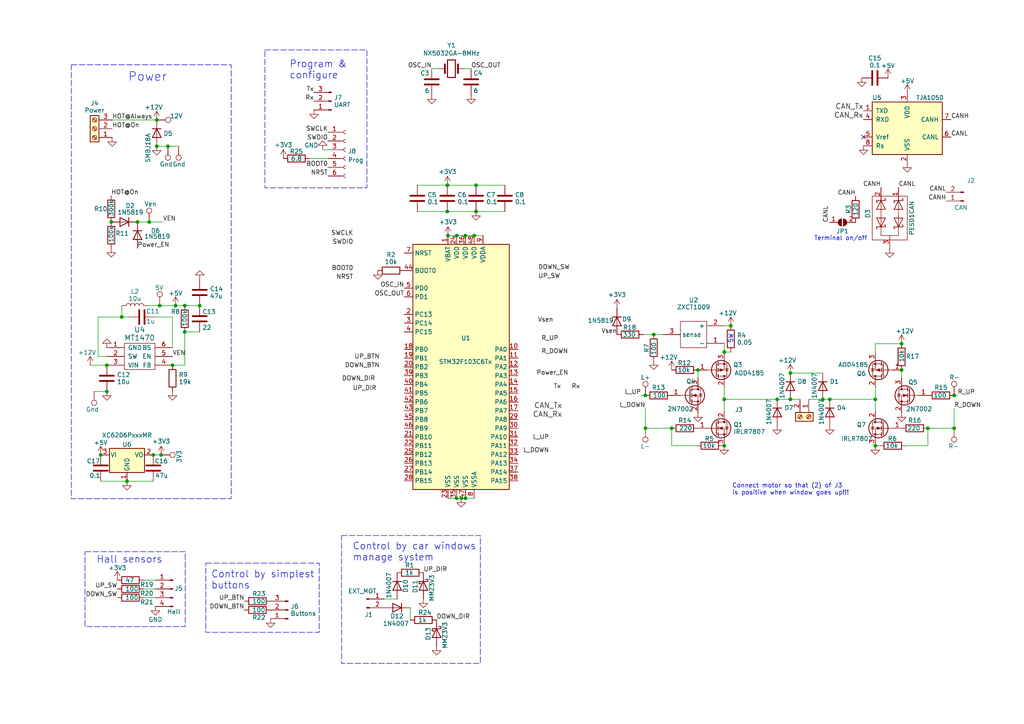
<source format=kicad_sch>
(kicad_sch (version 20230121) (generator eeschema)
  (paper "A4")
  (junction (at 29.21 131.953))
  (junction (at 46.736 131.953))
  (junction (at 135.001 68.326))
  (junction (at 53.594 88.646))
  (junction (at 30.988 105.918))
  (junction (at 129.7342 53.721))
  (junction (at 229.235 115.824))
  (junction (at 211.963 94.488))
  (junction (at 39.878 64.389))
  (junction (at 43.2672 64.389))
  (junction (at 132.461 144.526))
  (junction (at 30.988 113.538))
  (junction (at 46.3206 88.646))
  (junction (at 129.7837 53.721))
  (junction (at 187.198 114.681))
  (junction (at 238.633 115.824))
  (junction (at 253.873 115.824))
  (junction (at 135.001 144.526))
  (junction (at 240.665 115.824))
  (junction (at 45.466 34.798))
  (junction (at 50.038 105.918))
  (junction (at 45.466 42.418))
  (junction (at 202.438 107.315))
  (junction (at 50.927 88.646))
  (junction (at 276.733 114.681))
  (junction (at 36.83 139.573))
  (junction (at 229.235 108.204))
  (junction (at 129.7342 61.341))
  (junction (at 132.461 68.326))
  (junction (at 210.058 115.824))
  (junction (at 32.258 64.389))
  (junction (at 44.45 131.953))
  (junction (at 137.541 68.326))
  (junction (at 35.306 91.948))
  (junction (at 269.1198 124.206))
  (junction (at 194.818 124.206))
  (junction (at 276.733 124.206))
  (junction (at 253.873 129.286))
  (junction (at 138.0874 53.721))
  (junction (at 225.425 115.824))
  (junction (at 129.921 68.326))
  (junction (at 261.493 107.315))
  (junction (at 48.7096 42.418))
  (junction (at 189.611 97.028))
  (junction (at 187.198 124.206))
  (junction (at 53.594 96.266))
  (junction (at 210.058 102.108))
  (junction (at 57.912 88.646))
  (junction (at 138.0874 61.341))
  (junction (at 261.493 99.695))
  (junction (at 210.058 129.286))
  (junction (at 133.7824 144.526))
  (no_connect (at 250.444 39.751))
  (wire (pts (xy 50.038 91.948) (xy 50.038 100.838)))
  (wire (pts (xy 50.038 105.918) (xy 53.594 105.918)))
  (wire (pts (xy 45.466 42.418) (xy 48.7096 42.418)))
  (wire (pts (xy 262.763 129.286) (xy 269.1198 129.286)))
  (wire (pts (xy 135.001 68.326) (xy 137.541 68.326)))
  (wire (pts (xy 210.058 115.824) (xy 210.058 119.126)))
  (wire (pts (xy 46.736 131.953) (xy 44.45 131.953)))
  (wire (pts (xy 269.1198 124.206) (xy 276.733 124.206)))
  (wire (pts (xy 133.7824 144.526) (xy 135.001 144.526)))
  (wire (pts (xy 253.873 99.695) (xy 253.873 102.235)))
  (wire (pts (xy 129.921 144.526) (xy 132.461 144.526)))
  (wire (pts (xy 47.244 64.389) (xy 43.2672 64.389)))
  (wire (pts (xy 229.235 115.824) (xy 232.029 115.824)))
  (wire (pts (xy 210.058 99.568) (xy 210.058 102.108)))
  (wire (pts (xy 210.058 102.108) (xy 211.963 102.108)))
  (wire (pts (xy 53.594 105.918) (xy 53.594 96.266)))
  (wire (pts (xy 137.541 68.326) (xy 140.081 68.326)))
  (wire (pts (xy 129.921 68.326) (xy 132.461 68.326)))
  (wire (pts (xy 132.461 68.326) (xy 135.001 68.326)))
  (wire (pts (xy 26.162 105.918) (xy 30.988 105.918)))
  (wire (pts (xy 185.928 114.681) (xy 187.198 114.681)))
  (wire (pts (xy 138.0874 53.721) (xy 146.431 53.721)))
  (wire (pts (xy 121.031 61.341) (xy 129.7342 61.341)))
  (wire (pts (xy 194.818 124.206) (xy 187.198 124.206)))
  (wire (pts (xy 129.7342 61.341) (xy 138.0874 61.341)))
  (wire (pts (xy 48.7096 42.418) (xy 51.816 42.418)))
  (wire (pts (xy 225.425 115.824) (xy 229.235 115.824)))
  (wire (pts (xy 45.085 168.275) (xy 41.656 168.275)))
  (wire (pts (xy 240.665 115.824) (xy 253.873 115.824)))
  (wire (pts (xy 35.306 88.646) (xy 35.306 91.948)))
  (wire (pts (xy 136.652 19.939) (xy 134.747 19.939)))
  (wire (pts (xy 129.7342 53.721) (xy 129.7837 53.721)))
  (wire (pts (xy 41.656 173.355) (xy 45.085 173.355)))
  (wire (pts (xy 202.057 129.286) (xy 194.818 129.286)))
  (wire (pts (xy 253.873 112.395) (xy 253.873 115.824)))
  (wire (pts (xy 229.235 108.204) (xy 238.633 108.204)))
  (wire (pts (xy 186.563 97.028) (xy 189.611 97.028)))
  (wire (pts (xy 210.058 112.395) (xy 210.058 115.824)))
  (wire (pts (xy 43.2672 64.389) (xy 39.878 64.389)))
  (wire (pts (xy 44.958 91.948) (xy 50.038 91.948)))
  (wire (pts (xy 41.656 170.815) (xy 45.085 170.815)))
  (wire (pts (xy 89.789 45.974) (xy 95.123 45.974)))
  (wire (pts (xy 261.493 109.601) (xy 261.493 107.315)))
  (wire (pts (xy 37.338 91.948) (xy 35.306 91.948)))
  (wire (pts (xy 209.677 129.286) (xy 210.058 129.286)))
  (wire (pts (xy 32.512 34.798) (xy 45.466 34.798)))
  (wire (pts (xy 202.438 109.601) (xy 202.438 107.315)))
  (wire (pts (xy 210.058 94.488) (xy 211.963 94.488)))
  (wire (pts (xy 121.031 53.721) (xy 129.7342 53.721)))
  (wire (pts (xy 138.0874 61.341) (xy 146.431 61.341)))
  (wire (pts (xy 28.448 103.378) (xy 30.988 103.378)))
  (wire (pts (xy 42.926 88.646) (xy 46.3206 88.646)))
  (wire (pts (xy 129.7837 53.721) (xy 138.0874 53.721)))
  (wire (pts (xy 255.143 129.286) (xy 253.873 129.286)))
  (wire (pts (xy 118.999 176.276) (xy 118.999 179.832)))
  (wire (pts (xy 29.21 139.573) (xy 36.83 139.573)))
  (wire (pts (xy 269.1198 129.286) (xy 269.1198 124.206)))
  (wire (pts (xy 187.198 118.491) (xy 187.198 124.206)))
  (wire (pts (xy 210.058 102.108) (xy 210.058 102.235)))
  (wire (pts (xy 53.594 96.266) (xy 57.912 96.266)))
  (wire (pts (xy 269.113 124.206) (xy 269.1198 124.206)))
  (wire (pts (xy 28.448 91.948) (xy 28.448 103.378)))
  (wire (pts (xy 53.594 88.646) (xy 57.912 88.646)))
  (wire (pts (xy 135.001 144.526) (xy 137.541 144.526)))
  (wire (pts (xy 46.3206 88.646) (xy 50.927 88.646)))
  (wire (pts (xy 261.493 99.695) (xy 253.873 99.695)))
  (wire (pts (xy 194.818 129.286) (xy 194.818 124.206)))
  (wire (pts (xy 93.599 43.434) (xy 95.123 43.434)))
  (wire (pts (xy 253.873 115.824) (xy 253.873 119.126)))
  (wire (pts (xy 238.633 115.824) (xy 240.665 115.824)))
  (wire (pts (xy 210.058 115.824) (xy 225.425 115.824)))
  (wire (pts (xy 36.83 139.573) (xy 44.45 139.573)))
  (wire (pts (xy 277.749 114.681) (xy 276.733 114.681)))
  (wire (pts (xy 132.461 144.526) (xy 133.7824 144.526)))
  (wire (pts (xy 35.306 91.948) (xy 28.448 91.948)))
  (wire (pts (xy 125.222 19.939) (xy 127.127 19.939)))
  (wire (pts (xy 50.927 88.646) (xy 53.594 88.646)))
  (wire (pts (xy 27.2967 113.538) (xy 30.988 113.538)))
  (wire (pts (xy 115.189 173.736) (xy 111.379 173.736)))
  (wire (pts (xy 276.733 118.491) (xy 276.733 124.206)))
  (wire (pts (xy 189.611 97.028) (xy 192.278 97.028)))
  (wire (pts (xy 234.569 115.824) (xy 238.633 115.824)))
  (rectangle (start 20.701 18.796) (end 67.056 144.653) (stroke (width 0) (type dash)))
  (rectangle (start 76.835 14.478) (end 106.426 54.483) (stroke (width 0) (type dash)))
  (rectangle (start 99.06 155.321) (end 139.319 192.405) (stroke (width 0) (type dash)))
  (rectangle (start 59.69 163.322) (end 92.583 183.388) (stroke (width 0) (type dash)))
  (rectangle (start 24.638 160.02) (end 53.721 181.737) (stroke (width 0) (type dash)))
  (text "Control by car windows\nmanage system" (at 102.235 162.941 0) (effects (font (size 2 2)) (justify left bottom)))
  (text "Hall sensors" (at 27.94 163.576 0) (effects (font (size 2.0066 2.0066)) (justify left bottom)))
  (text "Connect motor so that (2) of J3\nis positive when window goes up!!!" (at 212.344 143.764 0) (effects (font (size 1.27 1.27)) (justify left bottom)))
  (text "Control by simplest\nbuttons" (at 61.214 171.069 0) (effects (font (size 2 2)) (justify left bottom)))
  (text "Terminal on/off" (at 236.093 69.977 0) (effects (font (size 1.27 1.27)) (justify left bottom)))
  (text "Program &\nconfigure" (at 83.947 23.114 0) (effects (font (size 2 2)) (justify left bottom)))
  (text "Power" (at 37.084 23.876 0) (effects (font (size 2.54 2.54)) (justify left bottom)))
  (text "5W" (at 212.725 99.695 90) (effects (font (size 1.27 1.27)) (justify left bottom)))
  (label "OSC_OUT" (at 117.221 86.106 180))
  (label "OSC_IN" (at 125.222 19.939 180))
  (label "HOT@On" (at 32.512 37.338 0))
  (label "DOWN_DIR" (at 126.619 179.832 0))
  (label "DOWN_SW" (at 34.036 173.355 180))
  (label "SWCLK" (at 95.123 38.354 180))
  (label "UP_SW" (at 156.083 81.026 0))
  (label "BOOT0" (at 102.489 78.74 180))
  (label "CAN_Rx" (at 250.444 34.671 180) (effects (font (size 1.524 1.524))))
  (label "SWDIO" (at 95.123 40.894 180))
  (label "UP_DIR" (at 122.809 166.116 0))
  (label "OSC_OUT" (at 136.652 19.939 0))
  (label "Power_EN" (at 155.575 109.093 0))
  (label "NRST" (at 102.489 81.28 180))
  (label "CAN_Tx" (at 250.444 32.131 180) (effects (font (size 1.524 1.524))))
  (label "UP_DIR" (at 109.22 113.538 180))
  (label "Power_EN" (at 39.878 72.009 0))
  (label "HOT@Always" (at 32.512 34.798 0))
  (label "L_DOWN" (at 187.198 118.491 180))
  (label "CAN_Rx" (at 163.068 121.412 180) (effects (font (size 1.524 1.524))))
  (label "L_UP" (at 159.258 127.762 180))
  (label "Vsen" (at 155.956 93.726 0))
  (label "Tx" (at 91.059 26.797 180))
  (label "DOWN_BTN" (at 110.109 106.934 180))
  (label "R_UP" (at 277.749 114.681 0))
  (label "DOWN_DIR" (at 108.839 110.744 180))
  (label "R_DOWN" (at 156.972 102.87 0))
  (label "VEN" (at 50.038 103.378 0))
  (label "DOWN_BTN" (at 70.866 176.911 180))
  (label "UP_SW" (at 34.036 170.815 180))
  (label "NRST" (at 95.123 51.054 180))
  (label "BOOT0" (at 95.123 48.514 180))
  (label "HOT@On" (at 32.258 56.769 0))
  (label "CANH" (at 274.447 58.293 180))
  (label "R_DOWN" (at 276.733 118.491 0))
  (label "DOWN_SW" (at 156.083 78.486 0))
  (label "CAN_Tx" (at 163.068 118.872 180) (effects (font (size 1.524 1.524))))
  (label "CANL" (at 274.447 55.753 180))
  (label "Rx" (at 91.059 29.337 180))
  (label "VEN" (at 47.244 64.389 0))
  (label "UP_BTN" (at 70.866 174.371 180))
  (label "L_UP" (at 185.928 114.681 180))
  (label "CANL" (at 260.604 54.356 0))
  (label "CANH" (at 248.158 56.896 180))
  (label "Rx" (at 165.735 113.03 0))
  (label "SWDIO" (at 102.489 71.12 180))
  (label "R_UP" (at 156.972 99.06 0))
  (label "Vsen" (at 178.943 97.028 180))
  (label "CANL" (at 240.538 64.516 90))
  (label "OSC_IN" (at 117.221 83.566 180))
  (label "CANH" (at 255.524 54.356 180))
  (label "Tx" (at 160.528 113.03 0))
  (label "CANH" (at 275.844 34.671 0))
  (label "L_DOWN" (at 159.258 131.572 180))
  (label "CANL" (at 275.844 39.751 0))
  (label "SWCLK" (at 102.489 68.58 180))
  (label "UP_BTN" (at 110.109 104.394 180))
  (symbol (lib_name "GND_3") (lib_id "power:GND") (at 261.493 119.761 0) (mirror y) (unit 1)
    (property "Reference" "#PWR028" (effects hide))
    (property "Value" "GND" (effects hide))
  )
  (symbol (lib_name "GND_3") (lib_id "power:GND") (at 32.512 39.878 0) (unit 1)
    (property "Reference" "#PWR034" (effects hide))
    (property "Value" "GND" (effects hide))
  )
  (symbol (lib_id "Device:C") (at 57.912 92.456 0) (unit 1)
    (property "Reference" "C13" (at 58.674 90.424 0) (effects (justify left)))
    (property "Value" "22" (at 58.674 94.996 0) (effects (justify left)))
    (property "Footprint" "Capacitor_SMD:C_0805_2012Metric_Pad1.18x1.45mm_HandSolder" (effects hide))
  )
  (symbol (lib_name "GND_3") (lib_id "power:GND") (at 125.222 27.559 0) (unit 1)
    (property "Reference" "#PWR02" (effects hide))
    (property "Value" "GND" (effects hide))
  )
  (symbol (lib_id "Device:R") (at 74.676 174.371 270) (unit 1)
    (property "Reference" "R23" (at 73.152 172.212 90) (effects (justify left)))
    (property "Value" "100" (at 73.152 174.371 90) (effects (justify left)))
    (property "Footprint" "Resistor_SMD:R_0603_1608Metric_Pad1.05x0.95mm_HandSolder" (effects hide))
  )
  (symbol (lib_id "Device:R") (at 211.963 98.298 0) (unit 1)
    (property "Reference" "R4" (at 213.741 97.274 0) (effects (justify left)))
    (property "Value" "0.05" (at 213.741 99.322 0) (effects (justify left)))
    (property "Footprint" "Resistor_THT:R_Box_L14.0mm_W5.0mm_P9.00mm" (effects hide))
  )
  (symbol (lib_name "GND_3") (lib_id "power:GND") (at 126.619 187.452 0) (unit 1)
    (property "Reference" "#PWR040" (effects hide))
    (property "Value" "GND" (effects hide))
  )
  (symbol (lib_id "Connector:TestPoint") (at 51.816 42.418 180) (unit 1)
    (property "Reference" "TP9" (effects hide))
    (property "Value" "Gnd" (at 53.848 47.625 0) (effects (justify left)))
    (property "Footprint" "TestPoint:TestPoint_Loop_D1.80mm_Drill1.0mm_Beaded" (effects hide))
  )
  (symbol (lib_name "GND_3") (lib_id "power:GND") (at 202.438 119.761 0) (unit 1)
    (property "Reference" "#PWR09" (effects hide))
    (property "Value" "GND" (effects hide))
  )
  (symbol (lib_id "Device:D") (at 36.068 64.389 180) (unit 1)
    (property "Reference" "D2" (at 37.719 59.69 0))
    (property "Value" "1N5819" (at 37.846 61.595 0))
    (property "Footprint" "Diode_SMD:D_SOD-323_HandSoldering" (effects hide))
    (property "Sim.Device" "D" (effects hide))
    (property "Sim.Pins" "1=K 2=A" (effects hide))
  )
  (symbol (lib_name "GND_3") (lib_id "power:GND") (at 189.611 104.648 0) (unit 1)
    (property "Reference" "#PWR031" (effects hide))
    (property "Value" "GND" (effects hide))
  )
  (symbol (lib_id "Device:R") (at 32.258 68.199 180) (unit 1)
    (property "Reference" "R11" (at 35.433 67.691 0))
    (property "Value" "100k" (at 32.258 67.945 90))
    (property "Footprint" "Resistor_SMD:R_0603_1608Metric_Pad0.98x0.95mm_HandSolder" (effects hide))
  )
  (symbol (lib_id "Jumper:SolderJumper_2_Open") (at 244.348 64.516 0) (unit 1)
    (property "Reference" "JP1" (at 244.348 67.056 0))
    (property "Value" "SolderJumper_2_Open" (effects hide))
    (property "Footprint" "Jumper:SolderJumper-2_P1.3mm_Open_TrianglePad1.0x1.5mm" (effects hide))
  )
  (symbol (lib_id "stm32-rescue:+5V") (at 29.21 131.953 0) (unit 1)
    (property "Reference" "#PWR026" (effects hide))
    (property "Value" "+5V" (at 29.21 128.397 0))
  )
  (symbol (lib_id "Connector:Conn_01x03_Pin") (at 96.139 29.337 180) (unit 1)
    (property "Reference" "J7" (at 96.8502 28.313 0) (effects (justify right)))
    (property "Value" "UART" (at 96.8502 30.361 0) (effects (justify right)))
    (property "Footprint" "Connector_PinSocket_2.54mm:PinSocket_1x03_P2.54mm_Vertical" (effects hide))
  )
  (symbol (lib_id "Device:C") (at 41.148 91.948 90) (unit 1)
    (property "Reference" "C11" (at 44.323 90.297 90))
    (property "Value" "1u" (at 43.688 93.218 90))
    (property "Footprint" "Capacitor_SMD:C_1206_3216Metric_Pad1.33x1.80mm_HandSolder" (effects hide))
  )
  (symbol (lib_id "Connector:TestPoint") (at 46.736 131.953 270) (unit 1)
    (property "Reference" "TP7" (effects hide))
    (property "Value" "3V3" (at 51.943 130.556 0) (effects (justify left)))
    (property "Footprint" "TestPoint:TestPoint_Loop_D1.80mm_Drill1.0mm_Beaded" (effects hide))
  )
  (symbol (lib_id "Connector:Conn_01x04_Pin") (at 50.165 170.815 0) (mirror y) (unit 1)
    (property "Reference" "J5" (at 51.816 170.688 0))
    (property "Value" "Hall" (at 50.419 177.419 0))
    (property "Footprint" "Connector_JST:JST_PH_B4B-PH-K_1x04_P2.00mm_Vertical" (effects hide))
  )
  (symbol (lib_id "Device:D") (at 225.425 119.634 270) (unit 1)
    (property "Reference" "D7" (at 227.457 118.2925 90) (effects (justify left)))
    (property "Value" "1N4007" (at 223.012 115.697 0) (effects (justify left)))
    (property "Footprint" "Diode_SMD:D_SMA_Handsoldering" (effects hide))
    (property "Sim.Device" "D" (effects hide))
    (property "Sim.Pins" "1=K 2=A" (effects hide))
  )
  (symbol (lib_name "GND_3") (lib_id "power:GND") (at 50.038 113.538 0) (unit 1)
    (property "Reference" "#PWR017" (effects hide))
    (property "Value" "GND" (effects hide))
  )
  (symbol (lib_id "Connector:Conn_01x02_Pin") (at 279.527 58.293 180) (unit 1)
    (property "Reference" "J2" (at 281.6098 52.3748 0))
    (property "Value" "CAN" (at 280.67 60.198 0) (effects (justify left)))
    (property "Footprint" "Connector_JST:JST_PH_B2B-PH-K_1x02_P2.00mm_Vertical" (effects hide))
  )
  (symbol (lib_name "GND_3") (lib_id "power:GND") (at 57.912 81.026 180) (unit 1)
    (property "Reference" "#PWR018" (effects hide))
    (property "Value" "GND" (effects hide))
  )
  (symbol (lib_name "GND_3") (lib_id "power:GND") (at 250.444 42.291 0) (unit 1)
    (property "Reference" "#PWR020" (effects hide))
    (property "Value" "GND" (effects hide))
  )
  (symbol (lib_id "power:+12V") (at 194.818 107.315 0) (unit 1)
    (property "Reference" "#PWR012" (effects hide))
    (property "Value" "+12V" (at 193.929 103.632 0))
  )
  (symbol (lib_id "Device:R") (at 205.867 129.286 270) (unit 1)
    (property "Reference" "R5" (at 205.74 127.2286 90))
    (property "Value" "10k" (at 205.613 129.286 90))
    (property "Footprint" "Resistor_SMD:R_0603_1608Metric_Pad0.98x0.95mm_HandSolder" (effects hide))
  )
  (symbol (lib_id "Device:Q_PMOS_GDS") (at 256.413 107.315 180) (unit 1)
    (property "Reference" "Q6" (at 251.206 108.339 0) (effects (justify left)))
    (property "Value" "AOD4185" (at 251.841 105.791 0) (effects (justify left)))
    (property "Footprint" "Package_TO_SOT_SMD:TO-252-3_TabPin2" (effects hide))
  )
  (symbol (lib_id "Device:R") (at 32.258 60.579 180) (unit 1)
    (property "Reference" "R10" (at 29.21 60.579 0))
    (property "Value" "300k" (at 32.258 60.325 90))
    (property "Footprint" "Resistor_SMD:R_0603_1608Metric_Pad0.98x0.95mm_HandSolder" (effects hide))
  )
  (symbol (lib_id "ZXCT1009:ZXCT1009") (at 201.168 97.028 180) (unit 1)
    (property "Reference" "U2" (at 201.168 87.0265 0))
    (property "Value" "ZXCT1009" (at 201.168 89.0745 0))
    (property "Footprint" "Package_TO_SOT_SMD:SOT-23_Handsoldering" (effects hide))
  )
  (symbol (lib_name "GND_3") (lib_id "power:GND") (at 36.83 139.573 0) (unit 1)
    (property "Reference" "#PWR025" (effects hide))
    (property "Value" "GND" (effects hide))
  )
  (symbol (lib_name "GND_3") (lib_id "power:GND") (at 122.809 173.736 0) (unit 1)
    (property "Reference" "#PWR039" (effects hide))
    (property "Value" "GND" (effects hide))
  )
  (symbol (lib_id "Device:Crystal") (at 130.937 19.939 0) (unit 1)
    (property "Reference" "Y1" (at 130.937 13.1318 0))
    (property "Value" "NX5032GA-8MHz" (at 130.937 15.4432 0))
    (property "Footprint" "Crystal:Crystal_SMD_5032-2Pin_5.0x3.2mm" (effects hide))
  )
  (symbol (lib_id "Device:R") (at 191.008 114.681 90) (unit 1)
    (property "Reference" "R13" (at 191.008 112.395 90))
    (property "Value" "100" (at 191.262 114.681 90))
    (property "Footprint" "Resistor_SMD:R_0603_1608Metric_Pad0.98x0.95mm_HandSolder" (effects hide))
  )
  (symbol (lib_id "power:+3V3") (at 46.736 131.953 0) (unit 1)
    (property "Reference" "#PWR027" (effects hide))
    (property "Value" "+3V3" (at 46.736 128.008 0))
  )
  (symbol (lib_id "stm32-rescue:GND") (at 45.085 175.895 0) (unit 1)
    (property "Reference" "#PWR037" (effects hide))
    (property "Value" "GND" (at 45.085 179.705 0))
  )
  (symbol (lib_name "GND_3") (lib_id "power:GND") (at 258.064 72.136 0) (unit 1)
    (property "Reference" "#PWR01" (effects hide))
    (property "Value" "GND" (effects hide))
  )
  (symbol (lib_id "Device:C") (at 138.0874 57.531 0) (unit 1)
    (property "Reference" "C7" (at 141.0084 56.507 0) (effects (justify left)))
    (property "Value" "0.1" (at 141.0084 58.555 0) (effects (justify left)))
    (property "Footprint" "Capacitor_SMD:C_0603_1608Metric_Pad1.08x0.95mm_HandSolder" (effects hide))
  )
  (symbol (lib_id "Device:R") (at 265.303 124.206 270) (mirror x) (unit 1)
    (property "Reference" "R16" (at 265.303 121.92 90))
    (property "Value" "220" (at 265.049 124.206 90))
    (property "Footprint" "Resistor_SMD:R_0603_1608Metric_Pad0.98x0.95mm_HandSolder" (effects hide))
  )
  (symbol (lib_id "Connector:Conn_01x03_Pin") (at 83.566 176.911 180) (unit 1)
    (property "Reference" "J6" (at 84.2772 175.887 0) (effects (justify right)))
    (property "Value" "Buttons" (at 84.2772 177.935 0) (effects (justify right)))
    (property "Footprint" "Connector_JST:JST_PH_B3B-PH-K_1x03_P2.00mm_Vertical" (effects hide))
  )
  (symbol (lib_id "power:+3V3") (at 129.7837 53.721 0) (unit 1)
    (property "Reference" "#PWR042" (effects hide))
    (property "Value" "+3V3" (at 129.7837 49.776 0))
  )
  (symbol (lib_id "power:+12V") (at 229.235 108.204 0) (unit 1)
    (property "Reference" "#PWR013" (effects hide))
    (property "Value" "+12V" (at 228.346 104.521 0))
  )
  (symbol (lib_id "Device:R") (at 37.846 168.275 270) (unit 1)
    (property "Reference" "R19" (at 40.64 169.545 90) (effects (justify left)))
    (property "Value" "47" (at 36.322 168.275 90) (effects (justify left)))
    (property "Footprint" "Resistor_SMD:R_0603_1608Metric_Pad1.05x0.95mm_HandSolder" (effects hide))
  )
  (symbol (lib_id "power:+3V3") (at 178.943 89.408 0) (unit 1)
    (property "Reference" "#PWR033" (effects hide))
    (property "Value" "+3V3" (at 178.943 85.463 0))
  )
  (symbol (lib_id "power:+12V") (at 211.963 94.488 0) (unit 1)
    (property "Reference" "#PWR08" (effects hide))
    (property "Value" "+12V" (at 211.074 90.805 0))
  )
  (symbol (lib_id "Device:R") (at 85.979 45.974 90) (unit 1)
    (property "Reference" "R25" (at 85.979 43.942 90))
    (property "Value" "6.8" (at 85.979 45.974 90))
    (property "Footprint" "Resistor_SMD:R_0603_1608Metric_Pad0.98x0.95mm_HandSolder" (effects hide))
  )
  (symbol (lib_name "GND_3") (lib_id "power:GND") (at 91.059 31.877 0) (unit 1)
    (property "Reference" "#PWR044" (effects hide))
    (property "Value" "GND" (effects hide))
  )
  (symbol (lib_id "Connector:TestPoint") (at 48.7096 42.418 180) (unit 1)
    (property "Reference" "TP10" (effects hide))
    (property "Value" "Gnd" (at 50.1066 47.625 0) (effects (justify left)))
    (property "Footprint" "TestPoint:TestPoint_Loop_D1.80mm_Drill1.0mm_Beaded" (effects hide))
  )
  (symbol (lib_id "Device:Q_NMOS_GDS") (at 207.518 124.206 0) (unit 1)
    (property "Reference" "Q1" (at 212.725 123.182 0) (effects (justify left)))
    (property "Value" "IRLR7807" (at 212.725 125.23 0) (effects (justify left)))
    (property "Footprint" "Package_TO_SOT_SMD:TO-252-3_TabPin2" (effects hide))
  )
  (symbol (lib_name "GND_3") (lib_id "power:GND") (at 253.873 129.286 0) (mirror y) (unit 1)
    (property "Reference" "#PWR029" (effects hide))
    (property "Value" "GND" (effects hide))
  )
  (symbol (lib_id "stm32-rescue:R") (at 248.158 60.706 180) (unit 1)
    (property "Reference" "R3" (at 246.126 60.706 90))
    (property "Value" "120" (at 248.158 60.706 90))
    (property "Footprint" "Resistor_SMD:R_1210_3225Metric_Pad1.42x2.65mm_HandSolder" (effects hide))
  )
  (symbol (lib_id "power:+3V3") (at 82.169 45.974 0) (unit 1)
    (property "Reference" "#PWR046" (effects hide))
    (property "Value" "+3V3" (at 82.169 42.029 0))
  )
  (symbol (lib_id "Connector:Conn_01x02_Pin") (at 106.299 173.736 0) (unit 1)
    (property "Reference" "J1" (at 106.934 178.308 0))
    (property "Value" "EXT_MOT" (at 100.965 171.45 0) (effects (justify left)))
    (property "Footprint" "Connector_JST:JST_PH_B2B-PH-K_1x02_P2.00mm_Vertical" (effects hide))
  )
  (symbol (lib_name "GND_3") (lib_id "power:GND") (at 109.601 78.486 0) (unit 1)
    (property "Reference" "#PWR04" (effects hide))
    (property "Value" "GND" (effects hide))
  )
  (symbol (lib_id "Regulator_Linear:XC6206PxxxMR") (at 36.83 131.953 0) (unit 1)
    (property "Reference" "U6" (at 36.83 128.905 0))
    (property "Value" "XC6206PxxxMR" (at 36.83 126.238 0))
    (property "Footprint" "Package_TO_SOT_SMD:SOT-23-3" (effects hide))
    (property "Datasheet" "https://www.torexsemi.com/file/xc6206/XC6206.pdf" (effects hide))
  )
  (symbol (lib_id "Device:R") (at 272.923 114.681 270) (mirror x) (unit 1)
    (property "Reference" "R15" (at 272.923 112.395 90))
    (property "Value" "100" (at 272.669 114.681 90))
    (property "Footprint" "Resistor_SMD:R_0603_1608Metric_Pad0.98x0.95mm_HandSolder" (effects hide))
  )
  (symbol (lib_id "Device:D") (at 240.665 119.634 270) (unit 1)
    (property "Reference" "D4" (at 242.697 118.2925 90) (effects (justify left)))
    (property "Value" "1N4007" (at 238.252 115.697 0) (effects (justify left)))
    (property "Footprint" "Diode_SMD:D_SMA_Handsoldering" (effects hide))
    (property "Sim.Device" "D" (effects hide))
    (property "Sim.Pins" "1=K 2=A" (effects hide))
  )
  (symbol (lib_id "stm32-rescue:+5V") (at 263.144 27.051 0) (unit 1)
    (property "Reference" "#PWR021" (effects hide))
    (property "Value" "+5V" (at 263.144 23.495 0))
  )
  (symbol (lib_name "GND_3") (lib_id "power:GND") (at 138.0874 61.341 0) (unit 1)
    (property "Reference" "#PWR043" (effects hide))
    (property "Value" "GND" (effects hide))
  )
  (symbol (lib_id "power:+3V3") (at 129.921 68.326 0) (unit 1)
    (property "Reference" "#PWR032" (effects hide))
    (property "Value" "+3V3" (at 129.921 64.381 0))
  )
  (symbol (lib_name "GND_3") (lib_id "power:GND") (at 210.058 129.286 0) (unit 1)
    (property "Reference" "#PWR010" (effects hide))
    (property "Value" "GND" (effects hide))
  )
  (symbol (lib_id "Connector:Conn_01x06_Female") (at 100.203 43.434 0) (unit 1)
    (property "Reference" "J8" (at 100.9142 43.8693 0) (effects (justify left)))
    (property "Value" "Prog" (at 100.9142 46.4062 0) (effects (justify left)))
    (property "Footprint" "Connector_PinSocket_1.27mm:PinSocket_1x06_P1.27mm_Vertical" (effects hide))
  )
  (symbol (lib_id "Device:Q_PMOS_GDS") (at 207.518 107.315 0) (mirror x) (unit 1)
    (property "Reference" "Q3" (at 212.598 105.791 0) (effects (justify left)))
    (property "Value" "AOD4185" (at 212.979 108.204 0) (effects (justify left)))
    (property "Footprint" "Package_TO_SOT_SMD:TO-252-3_TabPin2" (effects hide))
  )
  (symbol (lib_id "Device:Q_NMOS_GSD") (at 264.033 114.681 0) (mirror y) (unit 1)
    (property "Reference" "Q5" (at 266.192 110.871 0) (effects (justify left)))
    (property "Value" "2N7002" (at 270.383 118.618 0) (effects (justify left)))
    (property "Footprint" "Package_TO_SOT_SMD:SOT-23_Handsoldering" (effects hide))
  )
  (symbol (lib_id "Connector:TestPoint") (at 45.466 34.798 270) (unit 1)
    (property "Reference" "TP11" (effects hide))
    (property "Value" "12V" (at 49.276 33.655 90) (effects (justify left)))
    (property "Footprint" "TestPoint:TestPoint_Loop_D1.80mm_Drill1.0mm_Beaded" (effects hide))
  )
  (symbol (lib_id "Device:R") (at 122.809 179.832 270) (unit 1)
    (property "Reference" "R24" (at 121.285 177.673 90) (effects (justify left)))
    (property "Value" "1k" (at 121.285 179.832 90) (effects (justify left)))
    (property "Footprint" "Resistor_SMD:R_0603_1608Metric_Pad1.05x0.95mm_HandSolder" (effects hide))
  )
  (symbol (lib_name "GND_3") (lib_id "power:GND") (at 133.7824 144.526 0) (unit 1)
    (property "Reference" "#PWR041" (effects hide))
    (property "Value" "GND" (effects hide))
  )
  (symbol (lib_id "Device:R") (at 37.846 170.815 270) (unit 1)
    (property "Reference" "R20" (at 40.64 172.085 90) (effects (justify left)))
    (property "Value" "100" (at 36.322 170.815 90) (effects (justify left)))
    (property "Footprint" "Resistor_SMD:R_0603_1608Metric_Pad1.05x0.95mm_HandSolder" (effects hide))
  )
  (symbol (lib_id "Device:C") (at 253.746 22.606 90) (unit 1)
    (property "Reference" "C15" (at 253.746 16.867 90))
    (property "Value" "0.1" (at 253.746 18.915 90))
    (property "Footprint" "Capacitor_SMD:C_0603_1608Metric_Pad1.08x0.95mm_HandSolder" (effects hide))
  )
  (symbol (lib_id "Device:R") (at 113.411 78.486 90) (unit 1)
    (property "Reference" "R2" (at 113.411 73.89 90))
    (property "Value" "10k" (at 113.411 75.938 90))
    (property "Footprint" "Resistor_SMD:R_0603_1608Metric_Pad0.98x0.95mm_HandSolder" (effects hide))
  )
  (symbol (lib_id "power:GND") (at 93.599 43.434 180) (unit 1)
    (property "Reference" "#PWR045" (effects hide))
    (property "Value" "GND" (at 88.265 42.164 0) (effects (justify right)))
  )
  (symbol (lib_id "Device:D_Schottky") (at 126.619 183.642 270) (unit 1)
    (property "Reference" "D13" (at 124.206 181.864 0) (effects (justify left)))
    (property "Value" "MMZ3V3" (at 129.032 180.34 0) (effects (justify left)))
    (property "Footprint" "Diode_SMD:D_SMA_Handsoldering" (effects hide))
  )
  (symbol (lib_id "elements:PESD1CAN") (at 260.604 61.976 270) (unit 1)
    (property "Reference" "D3" (at 251.714 61.976 0))
    (property "Value" "PESD1CAN" (at 264.414 63.246 0))
    (property "Footprint" "Package_TO_SOT_SMD:SOT-23" (effects hide))
  )
  (symbol (lib_id "Device:C") (at 129.7342 57.531 0) (unit 1)
    (property "Reference" "C6" (at 132.6552 56.507 0) (effects (justify left)))
    (property "Value" "0.1" (at 132.6552 58.555 0) (effects (justify left)))
    (property "Footprint" "Capacitor_SMD:C_0603_1608Metric_Pad1.08x0.95mm_HandSolder" (effects hide))
  )
  (symbol (lib_id "Device:R") (at 198.628 124.206 90) (unit 1)
    (property "Reference" "R14" (at 198.628 121.92 90))
    (property "Value" "220" (at 198.882 124.206 90))
    (property "Footprint" "Resistor_SMD:R_0603_1608Metric_Pad0.98x0.95mm_HandSolder" (effects hide))
  )
  (symbol (lib_id "Connector:TestPoint") (at 46.3206 88.646 0) (unit 1)
    (property "Reference" "TP6" (effects hide))
    (property "Value" "5V" (at 44.9236 83.439 0) (effects (justify left)))
    (property "Footprint" "TestPoint:TestPoint_Loop_D1.80mm_Drill1.0mm_Beaded" (effects hide))
  )
  (symbol (lib_id "Device:R") (at 182.753 97.028 270) (unit 1)
    (property "Reference" "R18" (at 182.626 94.9706 90))
    (property "Value" "330" (at 182.499 97.028 90))
    (property "Footprint" "Resistor_SMD:R_0603_1608Metric_Pad0.98x0.95mm_HandSolder" (effects hide))
  )
  (symbol (lib_id "Device:C") (at 44.45 135.763 0) (unit 1)
    (property "Reference" "C16" (at 44.831 133.731 0) (effects (justify left)))
    (property "Value" "47u" (at 44.958 137.922 0) (effects (justify left)))
    (property "Footprint" "Capacitor_SMD:C_1206_3216Metric" (effects hide))
  )
  (symbol (lib_id "Connector:TestPoint") (at 276.733 114.681 0) (unit 1)
    (property "Reference" "TP4" (effects hide))
    (property "Value" "R-" (at 275.336 109.474 0) (effects (justify left)))
    (property "Footprint" "TestPoint:TestPoint_Loop_D1.80mm_Drill1.0mm_Beaded" (effects hide))
  )
  (symbol (lib_id "Connector:TestPoint") (at 187.198 114.681 0) (unit 1)
    (property "Reference" "TP1" (effects hide))
    (property "Value" "L+" (at 185.801 109.474 0) (effects (justify left)))
    (property "Footprint" "TestPoint:TestPoint_Loop_D1.80mm_Drill1.0mm_Beaded" (effects hide))
  )
  (symbol (lib_name "GND_3") (lib_id "power:GND") (at 249.936 22.606 0) (unit 1)
    (property "Reference" "#PWR024" (effects hide))
    (property "Value" "GND" (effects hide))
  )
  (symbol (lib_id "stm32-rescue:+5V") (at 50.927 88.646 0) (unit 1)
    (property "Reference" "#PWR019" (effects hide))
    (property "Value" "+5V" (at 50.927 85.09 0))
  )
  (symbol (lib_id "Device:D") (at 229.235 112.014 270) (unit 1)
    (property "Reference" "D8" (at 231.267 110.6725 90) (effects (justify left)))
    (property "Value" "1N4007" (at 226.822 108.077 0) (effects (justify left)))
    (property "Footprint" "Diode_SMD:D_SMA_Handsoldering" (effects hide))
    (property "Sim.Device" "D" (effects hide))
    (property "Sim.Pins" "1=K 2=A" (effects hide))
  )
  (symbol (lib_id "stm32-rescue:+5V") (at 257.556 22.606 0) (unit 1)
    (property "Reference" "#PWR023" (effects hide))
    (property "Value" "+5V" (at 257.556 19.05 0))
  )
  (symbol (lib_id "Device:C") (at 57.912 84.836 180) (unit 1)
    (property "Reference" "C14" (at 60.833 83.812 0) (effects (justify right)))
    (property "Value" "47u" (at 60.833 85.86 0) (effects (justify right)))
    (property "Footprint" "Capacitor_SMD:C_1206_3216Metric_Pad1.33x1.80mm_HandSolder" (effects hide))
  )
  (symbol (lib_id "Connector:TestPoint") (at 43.2672 64.389 0) (unit 1)
    (property "Reference" "TP5" (effects hide))
    (property "Value" "Ven" (at 41.8702 59.182 0) (effects (justify left)))
    (property "Footprint" "TestPoint:TestPoint_Loop_D1.80mm_Drill1.0mm_Beaded" (effects hide))
  )
  (symbol (lib_id "power:+12V") (at 45.466 34.798 0) (unit 1)
    (property "Reference" "#PWR07" (effects hide))
    (property "Value" "+12V" (at 44.577 31.115 0))
  )
  (symbol (lib_id "Device:D") (at 115.189 176.276 180) (unit 1)
    (property "Reference" "D12" (at 117.094 178.689 0) (effects (justify left)))
    (property "Value" "1N4007" (at 118.618 180.848 0) (effects (justify left)))
    (property "Footprint" "Diode_SMD:D_SMA_Handsoldering" (effects hide))
    (property "Sim.Device" "D" (effects hide))
    (property "Sim.Pins" "1=K 2=A" (effects hide))
  )
  (symbol (lib_id "Device:C") (at 146.431 57.531 0) (unit 1)
    (property "Reference" "C8" (at 149.352 56.507 0) (effects (justify left)))
    (property "Value" "0.1" (at 149.352 58.555 0) (effects (justify left)))
    (property "Footprint" "Capacitor_SMD:C_0603_1608Metric_Pad1.08x0.95mm_HandSolder" (effects hide))
  )
  (symbol (lib_id "Device:R") (at 261.493 103.505 0) (mirror x) (unit 1)
    (property "Reference" "R17" (at 264.668 103.378 0))
    (property "Value" "10k" (at 261.493 103.251 90))
    (property "Footprint" "Resistor_SMD:R_0603_1608Metric_Pad0.98x0.95mm_HandSolder" (effects hide))
  )
  (symbol (lib_id "Connector:Screw_Terminal_01x02") (at 234.569 120.904 270) (unit 1)
    (property "Reference" "J3" (at 214.2998 118.8212 90))
    (property "Value" "Screw_Terminal_01x02" (effects hide))
    (property "Footprint" "TerminalBlock_Phoenix:TerminalBlock_Phoenix_MKDS-1,5-2_1x02_P5.00mm_Horizontal" (effects hide))
  )
  (symbol (lib_id "Connector:Screw_Terminal_01x03") (at 27.432 37.338 180) (unit 1)
    (property "Reference" "J4" (at 27.432 29.948 0))
    (property "Value" "Power" (at 27.432 31.996 0))
  )
  (symbol (lib_id "Device:L") (at 39.116 88.646 90) (unit 1)
    (property "Reference" "L2" (at 39.116 84.5607 90))
    (property "Value" "10u" (at 39.116 86.6087 90))
    (property "Footprint" "kicad:cd43" (effects hide))
  )
  (symbol (lib_name "GND_3") (lib_id "power:GND") (at 30.988 113.538 0) (unit 1)
    (property "Reference" "#PWR016" (effects hide))
    (property "Value" "GND" (effects hide))
  )
  (symbol (lib_id "Connector:TestPoint") (at 187.198 124.206 180) (unit 1)
    (property "Reference" "TP2" (effects hide))
    (property "Value" "L-" (at 188.595 129.413 0) (effects (justify left)))
    (property "Footprint" "TestPoint:TestPoint_Loop_D1.80mm_Drill1.0mm_Beaded" (effects hide))
  )
  (symbol (lib_id "Device:R") (at 189.611 100.838 0) (unit 1)
    (property "Reference" "R7" (at 187.5536 100.965 90))
    (property "Value" "100" (at 189.611 101.092 90))
    (property "Footprint" "Resistor_SMD:R_0603_1608Metric_Pad0.98x0.95mm_HandSolder" (effects hide))
  )
  (symbol (lib_id "Device:R") (at 198.628 107.315 270) (unit 1)
    (property "Reference" "R12" (at 198.501 105.2576 90))
    (property "Value" "10k" (at 198.374 107.315 90))
    (property "Footprint" "Resistor_SMD:R_0603_1608Metric_Pad0.98x0.95mm_HandSolder" (effects hide))
  )
  (symbol (lib_name "GND_3") (lib_id "power:GND") (at 225.425 123.444 0) (unit 1)
    (property "Reference" "#PWR014" (effects hide))
    (property "Value" "GND" (effects hide))
  )
  (symbol (lib_id "Device:D") (at 39.878 68.199 270) (unit 1)
    (property "Reference" "D6" (at 45.085 66.929 90))
    (property "Value" "1N5819" (at 45.593 68.58 90))
    (property "Footprint" "Diode_SMD:D_SOD-323_HandSoldering" (effects hide))
    (property "Sim.Device" "D" (effects hide))
    (property "Sim.Pins" "1=K 2=A" (effects hide))
  )
  (symbol (lib_id "Device:R") (at 74.676 176.911 270) (unit 1)
    (property "Reference" "R22" (at 73.152 179.07 90) (effects (justify left)))
    (property "Value" "100" (at 73.152 176.911 90) (effects (justify left)))
    (property "Footprint" "Resistor_SMD:R_0603_1608Metric_Pad1.05x0.95mm_HandSolder" (effects hide))
  )
  (symbol (lib_id "Connector:TestPoint") (at 276.733 124.206 180) (unit 1)
    (property "Reference" "TP3" (effects hide))
    (property "Value" "R-" (at 278.13 129.413 0) (effects (justify left)))
    (property "Footprint" "TestPoint:TestPoint_Loop_D1.80mm_Drill1.0mm_Beaded" (effects hide))
  )
  (symbol (lib_id "Device:C") (at 136.652 23.749 0) (unit 1)
    (property "Reference" "C4" (at 137.287 21.209 0) (effects (justify left)))
    (property "Value" "6" (at 137.287 26.289 0) (effects (justify left)))
    (property "Footprint" "Capacitor_SMD:C_0603_1608Metric_Pad1.08x0.95mm_HandSolder" (effects hide))
  )
  (symbol (lib_name "D_1") (lib_id "Device:D") (at 45.466 38.608 270) (unit 1)
    (property "Reference" "D5" (at 47.371 38.735 90) (effects (justify left)))
    (property "Value" "SMBJ18A" (at 42.926 38.608 0) (effects (justify left)))
    (property "Footprint" "Diode_SMD:D_SMB_Handsoldering" (effects hide))
    (property "Sim.Device" "D" (effects hide))
    (property "Sim.Pins" "1=K 2=A" (effects hide))
  )
  (symbol (lib_name "GND_3") (lib_id "power:GND") (at 78.486 179.451 0) (unit 1)
    (property "Reference" "#PWR038" (effects hide))
    (property "Value" "GND" (effects hide))
  )
  (symbol (lib_name "GND_3") (lib_id "power:GND") (at 45.466 42.418 0) (unit 1)
    (property "Reference" "#PWR035" (effects hide))
    (property "Value" "GND" (effects hide))
  )
  (symbol (lib_id "stm32-rescue:MCP2551-I_SN") (at 263.144 37.211 0) (unit 1)
    (property "Reference" "U5" (at 252.984 28.321 0) (effects (justify left)))
    (property "Value" "TJA1050" (at 265.684 28.321 0) (effects (justify left)))
    (property "Footprint" "Package_SO:SOIC-8_3.9x4.9mm_P1.27mm" (effects hide))
  )
  (symbol (lib_id "Device:R") (at 118.999 166.116 270) (unit 1)
    (property "Reference" "R1" (at 117.475 163.957 90) (effects (justify left)))
    (property "Value" "1k" (at 117.475 166.116 90) (effects (justify left)))
    (property "Footprint" "Resistor_SMD:R_0603_1608Metric_Pad1.05x0.95mm_HandSolder" (effects hide))
  )
  (symbol (lib_id "Device:C") (at 29.21 135.763 0) (unit 1)
    (property "Reference" "C17" (at 25.146 133.731 0) (effects (justify left)))
    (property "Value" "0.1" (at 25.908 137.922 0) (effects (justify left)))
    (property "Footprint" "Capacitor_SMD:C_0603_1608Metric_Pad1.08x0.95mm_HandSolder" (effects hide))
  )
  (symbol (lib_id "Device:D") (at 178.943 93.218 270) (unit 1)
    (property "Reference" "D9" (at 181.737 92.583 90))
    (property "Value" "1N5819" (at 174.244 92.964 90))
    (property "Footprint" "Diode_SMD:D_SOD-323_HandSoldering" (effects hide))
    (property "Sim.Device" "D" (effects hide))
    (property "Sim.Pins" "1=K 2=A" (effects hide))
  )
  (symbol (lib_id "Device:D") (at 238.633 112.014 270) (unit 1)
    (property "Reference" "D1" (at 240.665 110.6725 90) (effects (justify left)))
    (property "Value" "1N4007" (at 236.22 108.077 0) (effects (justify left)))
    (property "Footprint" "Diode_SMD:D_SMA_Handsoldering" (effects hide))
    (property "Sim.Device" "D" (effects hide))
    (property "Sim.Pins" "1=K 2=A" (effects hide))
  )
  (symbol (lib_id "power:+12V") (at 261.493 99.695 0) (mirror y) (unit 1)
    (property "Reference" "#PWR011" (effects hide))
    (property "Value" "+12V" (at 262.382 96.012 0))
  )
  (symbol (lib_id "Connector:TestPoint") (at 27.2967 113.538 180) (unit 1)
    (property "Reference" "TP8" (effects hide))
    (property "Value" "Gnd" (at 28.6937 118.745 0) (effects (justify left)))
    (property "Footprint" "TestPoint:TestPoint_Loop_D1.80mm_Drill1.0mm_Beaded" (effects hide))
  )
  (symbol (lib_id "Device:R") (at 37.846 173.355 270) (unit 1)
    (property "Reference" "R21" (at 40.64 174.625 90) (effects (justify left)))
    (property "Value" "100" (at 36.322 173.355 90) (effects (justify left)))
    (property "Footprint" "Resistor_SMD:R_0603_1608Metric_Pad1.05x0.95mm_HandSolder" (effects hide))
  )
  (symbol (lib_id "power:+12V") (at 26.162 105.918 0) (unit 1)
    (property "Reference" "#PWR06" (effects hide))
    (property "Value" "+12V" (at 25.273 102.235 0))
  )
  (symbol (lib_name "GND_3") (lib_id "power:GND") (at 263.144 47.371 0) (unit 1)
    (property "Reference" "#PWR022" (effects hide))
    (property "Value" "GND" (effects hide))
  )
  (symbol (lib_id "Device:C") (at 125.222 23.749 0) (mirror y) (unit 1)
    (property "Reference" "C3" (at 124.587 21.209 0) (effects (justify left)))
    (property "Value" "6" (at 124.587 26.289 0) (effects (justify left)))
    (property "Footprint" "Capacitor_SMD:C_0603_1608Metric_Pad1.08x0.95mm_HandSolder" (effects hide))
  )
  (symbol (lib_id "stm32-rescue:+3.3V") (at 34.036 168.275 0) (unit 1)
    (property "Reference" "#PWR036" (effects hide))
    (property "Value" "+3.3V" (at 34.036 164.719 0))
  )
  (symbol (lib_id "mp1584:MT1470") (at 41.148 103.378 0) (unit 1)
    (property "Reference" "U4" (at 40.513 95.6152 0) (effects (font (size 1.524 1.524))))
    (property "Value" "MT1470" (at 40.513 97.9964 0) (effects (font (size 1.524 1.524))))
    (property "Footprint" "Package_TO_SOT_SMD:SOT-23-6_Handsoldering" (effects hide))
  )
  (symbol (lib_id "Device:Q_NMOS_GSD") (at 199.898 114.681 0) (unit 1)
    (property "Reference" "Q4" (at 199.009 110.617 0) (effects (justify left)))
    (property "Value" "2N7002" (at 193.548 118.618 0) (effects (justify left)))
    (property "Footprint" "Package_TO_SOT_SMD:SOT-23_Handsoldering" (effects hide))
  )
  (symbol (lib_id "Device:C") (at 30.988 109.728 180) (unit 1)
    (property "Reference" "C12" (at 33.909 108.704 0) (effects (justify right)))
    (property "Value" "10u" (at 33.909 110.752 0) (effects (justify right)))
    (property "Footprint" "Capacitor_SMD:C_1206_3216Metric_Pad1.33x1.80mm_HandSolder" (effects hide))
  )
  (symbol (lib_id "Device:R") (at 50.038 109.728 0) (unit 1)
    (property "Reference" "R9" (at 51.816 108.704 0) (effects (justify left)))
    (property "Value" "19k" (at 51.816 110.752 0) (effects (justify left)))
    (property "Footprint" "Resistor_SMD:R_0603_1608Metric_Pad0.98x0.95mm_HandSolder" (effects hide))
  )
  (symbol (lib_id "Device:C") (at 121.031 57.531 0) (unit 1)
    (property "Reference" "C5" (at 123.952 56.507 0) (effects (justify left)))
    (property "Value" "0.1" (at 123.952 58.555 0) (effects (justify left)))
    (property "Footprint" "Capacitor_SMD:C_0603_1608Metric_Pad1.08x0.95mm_HandSolder" (effects hide))
  )
  (symbol (lib_id "Device:D") (at 115.189 169.926 270) (unit 1)
    (property "Reference" "D10" (at 117.602 168.021 0) (effects (justify left)))
    (property "Value" "1N4007" (at 112.776 165.989 0) (effects (justify left)))
    (property "Footprint" "Diode_SMD:D_SMA_Handsoldering" (effects hide))
    (property "Sim.Device" "D" (effects hide))
    (property "Sim.Pins" "1=K 2=A" (effects hide))
  )
  (symbol (lib_id "Device:D_Schottky") (at 122.809 169.926 270) (unit 1)
    (property "Reference" "D11" (at 120.396 168.148 0) (effects (justify left)))
    (property "Value" "MMZ3V3" (at 125.222 166.624 0) (effects (justify left)))
    (property "Footprint" "Diode_SMD:D_SMA_Handsoldering" (effects hide))
  )
  (symbol (lib_name "GND_3") (lib_id "power:GND") (at 240.665 123.444 0) (unit 1)
    (property "Reference" "#PWR030" (effects hide))
    (property "Value" "GND" (effects hide))
  )
  (symbol (lib_id "MCU_ST_STM32F1:STM32F103C6Tx") (at 135.001 106.426 0) (unit 1)
    (property "Reference" "U1" (at 133.731 98.044 0) (effects (justify left)))
    (property "Value" "STM32F103C6Tx" (at 127.254 104.902 0) (effects (justify left)))
    (property "Footprint" "Package_QFP:LQFP-48_7x7mm_P0.5mm" (effects hide))
    (property "Datasheet" "http://www.st.com/st-web-ui/static/active/en/resource/technical/document/datasheet/CD00210843.pdf" (effects hide))
  )
  (symbol (lib_id "Device:R") (at 258.953 129.286 270) (unit 1)
    (property "Reference" "R6" (at 258.826 127.2286 90))
    (property "Value" "10k" (at 258.699 129.286 90))
    (property "Footprint" "Resistor_SMD:R_0603_1608Metric_Pad0.98x0.95mm_HandSolder" (effects hide))
  )
  (symbol (lib_name "GND_3") (lib_id "power:GND") (at 32.258 72.009 0) (unit 1)
    (property "Reference" "#PWR05" (effects hide))
    (property "Value" "GND" (effects hide))
  )
  (symbol (lib_id "Device:R") (at 53.594 92.456 0) (unit 1)
    (property "Reference" "R8" (at 49.53 90.424 0) (effects (justify left)))
    (property "Value" "100k" (at 53.594 94.742 90) (effects (justify left)))
    (property "Footprint" "Resistor_SMD:R_0603_1608Metric_Pad0.98x0.95mm_HandSolder" (effects hide))
  )
  (symbol (lib_id "Device:Q_NMOS_GDS") (at 256.413 124.206 0) (mirror y) (unit 1)
    (property "Reference" "Q7" (at 251.206 123.182 0) (effects (justify left)))
    (property "Value" "IRLR7807" (at 253.111 127.254 0) (effects (justify left)))
    (property "Footprint" "Package_TO_SOT_SMD:TO-252-3_TabPin2" (effects hide))
  )
  (symbol (lib_name "GND_3") (lib_id "power:GND") (at 30.988 100.838 180) (unit 1)
    (property "Reference" "#PWR015" (effects hide))
    (property "Value" "GND" (effects hide))
  )
  (symbol (lib_name "GND_3") (lib_id "power:GND") (at 136.652 27.559 0) (unit 1)
    (property "Reference" "#PWR03" (effects hide))
    (property "Value" "GND" (effects hide))
  )
)
</source>
